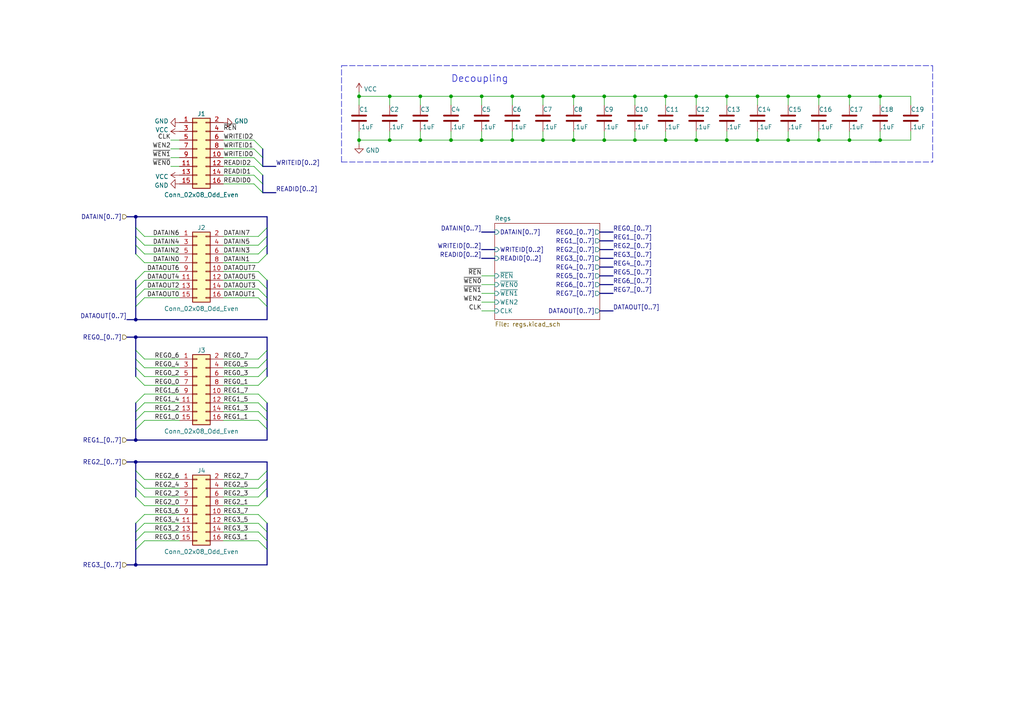
<source format=kicad_sch>
(kicad_sch (version 20211123) (generator eeschema)
  (paper "A4")
  (lib_symbols
    (symbol "Connector_Generic:Conn_02x08_Odd_Even" (pin_names (offset 1.016) hide)
      (property "Reference" "J" (at 1.27 10.16 0))
      (property "Value" "Conn_02x08_Odd_Even" (at 1.27 -12.7 0))
      (symbol "Conn_02x08_Odd_Even_1_1"
        (rectangle (start -1.27 -10.033) (end 0 -10.287) (stroke (width 0.1524)))
        (rectangle (start -1.27 -7.493) (end 0 -7.747) (stroke (width 0.1524)))
        (rectangle (start -1.27 -4.953) (end 0 -5.207) (stroke (width 0.1524)))
        (rectangle (start -1.27 -2.413) (end 0 -2.667) (stroke (width 0.1524)))
        (rectangle (start -1.27 0.127) (end 0 -0.127) (stroke (width 0.1524)))
        (rectangle (start -1.27 2.667) (end 0 2.413) (stroke (width 0.1524)))
        (rectangle (start -1.27 5.207) (end 0 4.953) (stroke (width 0.1524)))
        (rectangle (start -1.27 7.747) (end 0 7.493) (stroke (width 0.1524)))
        (rectangle (start -1.27 8.89) (end 3.81 -11.43) (stroke (width 0.254)) (fill (type background)))
        (rectangle (start 3.81 -10.033) (end 2.54 -10.287) (stroke (width 0.1524)))
        (rectangle (start 3.81 -7.493) (end 2.54 -7.747) (stroke (width 0.1524)))
        (rectangle (start 3.81 -4.953) (end 2.54 -5.207) (stroke (width 0.1524)))
        (rectangle (start 3.81 -2.413) (end 2.54 -2.667) (stroke (width 0.1524)))
        (rectangle (start 3.81 0.127) (end 2.54 -0.127) (stroke (width 0.1524)))
        (rectangle (start 3.81 2.667) (end 2.54 2.413) (stroke (width 0.1524)))
        (rectangle (start 3.81 5.207) (end 2.54 4.953) (stroke (width 0.1524)))
        (rectangle (start 3.81 7.747) (end 2.54 7.493) (stroke (width 0.1524)))
        (pin passive line (at -5.08 7.62 0) (length 3.81) (name "Pin_1") (number "1"))
        (pin passive line (at 7.62 -2.54 180) (length 3.81) (name "Pin_10") (number "10"))
        (pin passive line (at -5.08 -5.08 0) (length 3.81) (name "Pin_11") (number "11"))
        (pin passive line (at 7.62 -5.08 180) (length 3.81) (name "Pin_12") (number "12"))
        (pin passive line (at -5.08 -7.62 0) (length 3.81) (name "Pin_13") (number "13"))
        (pin passive line (at 7.62 -7.62 180) (length 3.81) (name "Pin_14") (number "14"))
        (pin passive line (at -5.08 -10.16 0) (length 3.81) (name "Pin_15") (number "15"))
        (pin passive line (at 7.62 -10.16 180) (length 3.81) (name "Pin_16") (number "16"))
        (pin passive line (at 7.62 7.62 180) (length 3.81) (name "Pin_2") (number "2"))
        (pin passive line (at -5.08 5.08 0) (length 3.81) (name "Pin_3") (number "3"))
        (pin passive line (at 7.62 5.08 180) (length 3.81) (name "Pin_4") (number "4"))
        (pin passive line (at -5.08 2.54 0) (length 3.81) (name "Pin_5") (number "5"))
        (pin passive line (at 7.62 2.54 180) (length 3.81) (name "Pin_6") (number "6"))
        (pin passive line (at -5.08 0 0) (length 3.81) (name "Pin_7") (number "7"))
        (pin passive line (at 7.62 0 180) (length 3.81) (name "Pin_8") (number "8"))
        (pin passive line (at -5.08 -2.54 0) (length 3.81) (name "Pin_9") (number "9"))
      )
    )
    (symbol "Device:C" (pin_numbers hide) (pin_names (offset 0.254))
      (property "Reference" "C" (at 0.635 2.54 0))
      (property "Value" "C" (at 0.635 -2.54 0))
      (symbol "C_0_1"
        (polyline (pts (xy -2.032 -0.762) (xy 2.032 -0.762)) (stroke (width 0.508)))
        (polyline (pts (xy -2.032 0.762) (xy 2.032 0.762)) (stroke (width 0.508)))
      )
      (symbol "C_1_1"
        (pin passive line (at 0 3.81 270) (length 2.794) (name "~") (number "1"))
        (pin passive line (at 0 -3.81 90) (length 2.794) (name "~") (number "2"))
      )
    )
    (symbol "power:GND" (power) (pin_names (offset 0))
      (property "Value" "GND" (at 0 -3.81 0))
      (symbol "GND_0_1"
        (polyline (pts (xy 0 0) (xy 0 -1.27) (xy 1.27 -1.27) (xy 0 -2.54) (xy -1.27 -1.27) (xy 0 -1.27)))
      )
      (symbol "GND_1_1"
        (pin power_in line (at 0 0 270) (length 0) hide (name "GND") (number "1"))
      )
    )
    (symbol "power:VCC" (power) (pin_names (offset 0))
      (property "Value" "VCC" (at 0 3.81 0))
      (symbol "VCC_0_1"
        (polyline (pts (xy -0.762 1.27) (xy 0 2.54)))
        (polyline (pts (xy 0 0) (xy 0 2.54)))
        (polyline (pts (xy 0 2.54) (xy 0.762 1.27)))
      )
      (symbol "VCC_1_1"
        (pin power_in line (at 0 0 90) (length 0) hide (name "VCC") (number "1"))
      )
    )
  )
  (junction (at 121.92 40.64))
  (junction (at 255.27 27.94))
  (junction (at 166.37 27.94))
  (junction (at 210.82 40.64))
  (junction (at 246.38 27.94))
  (junction (at 219.71 40.64))
  (junction (at 148.59 27.94))
  (junction (at 255.27 40.64))
  (junction (at 237.49 40.64))
  (junction (at 157.48 27.94))
  (junction (at 130.81 40.64))
  (junction (at 193.04 27.94))
  (junction (at 201.93 27.94))
  (junction (at 39.37 133.985))
  (junction (at 166.37 40.64))
  (junction (at 39.37 163.83))
  (junction (at 39.37 127.635))
  (junction (at 157.48 40.64))
  (junction (at 104.14 40.64))
  (junction (at 210.82 27.94))
  (junction (at 104.14 27.94))
  (junction (at 113.03 27.94))
  (junction (at 228.6 27.94))
  (junction (at 201.93 40.64))
  (junction (at 39.37 62.865))
  (junction (at 121.92 27.94))
  (junction (at 139.7 40.64))
  (junction (at 193.04 40.64))
  (junction (at 148.59 40.64))
  (junction (at 184.15 40.64))
  (junction (at 228.6 40.64))
  (junction (at 246.38 40.64))
  (junction (at 184.15 27.94))
  (junction (at 219.71 27.94))
  (junction (at 175.26 40.64))
  (junction (at 175.26 27.94))
  (junction (at 39.37 92.71))
  (junction (at 39.37 97.79))
  (junction (at 237.49 27.94))
  (junction (at 139.7 27.94))
  (junction (at 113.03 40.64))
  (junction (at 130.81 27.94))
  (bus_entry (at 41.91 68.58) (size -2.54 -2.54))
  (bus_entry (at 41.91 73.66) (size -2.54 -2.54))
  (bus_entry (at 74.93 119.38) (size 2.54 2.54))
  (bus_entry (at 73.66 45.72) (size 2.54 2.54))
  (bus_entry (at 41.91 149.225) (size -2.54 2.54))
  (bus_entry (at 41.91 104.14) (size -2.54 -2.54))
  (bus_entry (at 41.91 109.22) (size -2.54 -2.54))
  (bus_entry (at 74.93 68.58) (size 2.54 -2.54))
  (bus_entry (at 74.93 151.765) (size 2.54 2.54))
  (bus_entry (at 41.91 154.305) (size -2.54 2.54))
  (bus_entry (at 74.93 154.305) (size 2.54 2.54))
  (bus_entry (at 41.91 114.3) (size -2.54 2.54))
  (bus_entry (at 39.37 159.385) (size 2.54 -2.54))
  (bus_entry (at 74.93 73.66) (size 2.54 -2.54))
  (bus_entry (at 41.91 71.12) (size -2.54 -2.54))
  (bus_entry (at 41.91 106.68) (size -2.54 -2.54))
  (bus_entry (at 74.93 146.685) (size 2.54 -2.54))
  (bus_entry (at 41.91 119.38) (size -2.54 2.54))
  (bus_entry (at 41.91 111.76) (size -2.54 -2.54))
  (bus_entry (at 73.66 50.8) (size 2.54 2.54))
  (bus_entry (at 77.47 83.82) (size -2.54 -2.54))
  (bus_entry (at 41.91 86.36) (size -2.54 2.54))
  (bus_entry (at 74.93 71.12) (size 2.54 -2.54))
  (bus_entry (at 73.66 43.18) (size 2.54 2.54))
  (bus_entry (at 74.93 114.3) (size 2.54 2.54))
  (bus_entry (at 74.93 139.065) (size 2.54 -2.54))
  (bus_entry (at 74.93 106.68) (size 2.54 -2.54))
  (bus_entry (at 39.37 124.46) (size 2.54 -2.54))
  (bus_entry (at 77.47 86.36) (size -2.54 -2.54))
  (bus_entry (at 41.91 78.74) (size -2.54 2.54))
  (bus_entry (at 74.93 109.22) (size 2.54 -2.54))
  (bus_entry (at 41.91 76.2) (size -2.54 -2.54))
  (bus_entry (at 41.91 151.765) (size -2.54 2.54))
  (bus_entry (at 74.93 121.92) (size 2.54 2.54))
  (bus_entry (at 41.91 116.84) (size -2.54 2.54))
  (bus_entry (at 74.93 76.2) (size 2.54 -2.54))
  (bus_entry (at 41.91 81.28) (size -2.54 2.54))
  (bus_entry (at 73.66 48.26) (size 2.54 2.54))
  (bus_entry (at 74.93 144.145) (size 2.54 -2.54))
  (bus_entry (at 41.91 141.605) (size -2.54 -2.54))
  (bus_entry (at 73.66 53.34) (size 2.54 2.54))
  (bus_entry (at 74.93 111.76) (size 2.54 -2.54))
  (bus_entry (at 77.47 88.9) (size -2.54 -2.54))
  (bus_entry (at 41.91 83.82) (size -2.54 2.54))
  (bus_entry (at 74.93 141.605) (size 2.54 -2.54))
  (bus_entry (at 74.93 156.845) (size 2.54 2.54))
  (bus_entry (at 74.93 149.225) (size 2.54 2.54))
  (bus_entry (at 74.93 116.84) (size 2.54 2.54))
  (bus_entry (at 73.66 40.64) (size 2.54 2.54))
  (bus_entry (at 77.47 81.28) (size -2.54 -2.54))
  (bus_entry (at 74.93 104.14) (size 2.54 -2.54))
  (bus_entry (at 41.91 144.145) (size -2.54 -2.54))
  (bus_entry (at 41.91 146.685) (size -2.54 -2.54))
  (bus_entry (at 41.91 139.065) (size -2.54 -2.54))
  (wire (pts (xy 74.93 144.145) (xy 64.77 144.145)))
  (wire (pts (xy 64.77 121.92) (xy 74.93 121.92)))
  (bus (pts (xy 77.47 97.79) (xy 77.47 101.6)))
  (wire (pts (xy 139.7 40.64) (xy 148.59 40.64)))
  (bus (pts (xy 39.37 92.71) (xy 39.37 88.9)))
  (bus (pts (xy 77.47 139.065) (xy 77.47 136.525)))
  (bus (pts (xy 77.47 83.82) (xy 77.47 86.36)))
  (bus (pts (xy 77.47 71.12) (xy 77.47 68.58)))
  (wire (pts (xy 73.66 43.18) (xy 64.77 43.18)))
  (bus (pts (xy 39.37 101.6) (xy 39.37 104.14)))
  (wire (pts (xy 201.93 27.94) (xy 210.82 27.94)))
  (polyline (pts (xy 270.51 19.05) (xy 270.51 46.99)))
  (wire (pts (xy 139.7 82.55) (xy 143.51 82.55)))
  (wire (pts (xy 41.91 121.92) (xy 52.07 121.92)))
  (wire (pts (xy 64.77 71.12) (xy 74.93 71.12)))
  (wire (pts (xy 219.71 40.64) (xy 228.6 40.64)))
  (wire (pts (xy 52.07 111.76) (xy 41.91 111.76)))
  (bus (pts (xy 39.37 73.66) (xy 39.37 71.12)))
  (polyline (pts (xy 99.06 46.99) (xy 99.06 19.05)))
  (wire (pts (xy 175.26 27.94) (xy 175.26 30.48)))
  (bus (pts (xy 77.47 116.84) (xy 77.47 119.38)))
  (bus (pts (xy 76.2 45.72) (xy 76.2 48.26)))
  (bus (pts (xy 39.37 133.985) (xy 77.47 133.985)))
  (bus (pts (xy 76.2 50.8) (xy 76.2 53.34)))
  (bus (pts (xy 36.83 163.83) (xy 39.37 163.83)))
  (wire (pts (xy 64.77 151.765) (xy 74.93 151.765)))
  (wire (pts (xy 139.7 90.17) (xy 143.51 90.17)))
  (wire (pts (xy 255.27 27.94) (xy 255.27 30.48)))
  (bus (pts (xy 173.99 90.17) (xy 177.8 90.17)))
  (wire (pts (xy 74.93 146.685) (xy 64.77 146.685)))
  (bus (pts (xy 39.37 119.38) (xy 39.37 121.92)))
  (wire (pts (xy 139.7 27.94) (xy 148.59 27.94)))
  (wire (pts (xy 193.04 40.64) (xy 201.93 40.64)))
  (wire (pts (xy 49.53 48.26) (xy 52.07 48.26)))
  (bus (pts (xy 39.37 92.71) (xy 77.47 92.71)))
  (wire (pts (xy 41.91 68.58) (xy 52.07 68.58)))
  (bus (pts (xy 77.47 136.525) (xy 77.47 133.985)))
  (wire (pts (xy 139.7 80.01) (xy 143.51 80.01)))
  (bus (pts (xy 39.37 116.84) (xy 39.37 119.38)))
  (bus (pts (xy 39.37 156.845) (xy 39.37 159.385)))
  (wire (pts (xy 148.59 27.94) (xy 148.59 30.48)))
  (wire (pts (xy 49.53 43.18) (xy 52.07 43.18)))
  (wire (pts (xy 175.26 40.64) (xy 184.15 40.64)))
  (bus (pts (xy 39.37 127.635) (xy 77.47 127.635)))
  (wire (pts (xy 130.81 40.64) (xy 139.7 40.64)))
  (wire (pts (xy 246.38 27.94) (xy 246.38 30.48)))
  (wire (pts (xy 74.93 141.605) (xy 64.77 141.605)))
  (wire (pts (xy 64.77 106.68) (xy 74.93 106.68)))
  (wire (pts (xy 228.6 27.94) (xy 228.6 30.48)))
  (bus (pts (xy 77.47 109.22) (xy 77.47 106.68)))
  (wire (pts (xy 73.66 40.64) (xy 64.77 40.64)))
  (wire (pts (xy 264.16 38.1) (xy 264.16 40.64)))
  (bus (pts (xy 39.37 139.065) (xy 39.37 136.525)))
  (bus (pts (xy 77.47 144.145) (xy 77.47 141.605)))
  (bus (pts (xy 39.37 66.04) (xy 39.37 62.865)))
  (wire (pts (xy 52.07 119.38) (xy 41.91 119.38)))
  (bus (pts (xy 39.37 121.92) (xy 39.37 124.46)))
  (bus (pts (xy 39.37 83.82) (xy 39.37 86.36)))
  (wire (pts (xy 166.37 27.94) (xy 166.37 30.48)))
  (wire (pts (xy 64.77 139.065) (xy 74.93 139.065)))
  (wire (pts (xy 193.04 38.1) (xy 193.04 40.64)))
  (wire (pts (xy 74.93 86.36) (xy 64.77 86.36)))
  (bus (pts (xy 77.47 81.28) (xy 77.47 83.82)))
  (bus (pts (xy 39.37 68.58) (xy 39.37 66.04)))
  (wire (pts (xy 41.91 73.66) (xy 52.07 73.66)))
  (wire (pts (xy 49.53 40.64) (xy 52.07 40.64)))
  (wire (pts (xy 130.81 38.1) (xy 130.81 40.64)))
  (bus (pts (xy 39.37 144.145) (xy 39.37 141.605)))
  (bus (pts (xy 39.37 159.385) (xy 39.37 163.83)))
  (bus (pts (xy 173.99 85.09) (xy 177.8 85.09)))
  (wire (pts (xy 113.03 38.1) (xy 113.03 40.64)))
  (wire (pts (xy 219.71 38.1) (xy 219.71 40.64)))
  (wire (pts (xy 246.38 27.94) (xy 255.27 27.94)))
  (wire (pts (xy 64.77 119.38) (xy 74.93 119.38)))
  (bus (pts (xy 39.37 141.605) (xy 39.37 139.065)))
  (bus (pts (xy 77.47 88.9) (xy 77.47 92.71)))
  (wire (pts (xy 52.07 151.765) (xy 41.91 151.765)))
  (bus (pts (xy 77.47 68.58) (xy 77.47 66.04)))
  (bus (pts (xy 173.99 69.85) (xy 177.8 69.85)))
  (wire (pts (xy 264.16 27.94) (xy 264.16 30.48)))
  (wire (pts (xy 64.77 76.2) (xy 74.93 76.2)))
  (wire (pts (xy 201.93 40.64) (xy 210.82 40.64)))
  (wire (pts (xy 219.71 27.94) (xy 228.6 27.94)))
  (bus (pts (xy 36.83 133.985) (xy 39.37 133.985)))
  (wire (pts (xy 64.77 78.74) (xy 74.93 78.74)))
  (wire (pts (xy 246.38 38.1) (xy 246.38 40.64)))
  (wire (pts (xy 64.77 50.8) (xy 73.66 50.8)))
  (bus (pts (xy 39.37 124.46) (xy 39.37 127.635)))
  (wire (pts (xy 210.82 40.64) (xy 219.71 40.64)))
  (bus (pts (xy 77.47 141.605) (xy 77.47 139.065)))
  (wire (pts (xy 228.6 38.1) (xy 228.6 40.64)))
  (wire (pts (xy 41.91 156.845) (xy 52.07 156.845)))
  (wire (pts (xy 157.48 27.94) (xy 157.48 30.48)))
  (wire (pts (xy 104.14 40.64) (xy 113.03 40.64)))
  (polyline (pts (xy 99.06 19.05) (xy 182.88 19.05)))
  (wire (pts (xy 41.91 71.12) (xy 52.07 71.12)))
  (wire (pts (xy 52.07 154.305) (xy 41.91 154.305)))
  (bus (pts (xy 39.37 86.36) (xy 39.37 88.9)))
  (bus (pts (xy 39.37 81.28) (xy 39.37 83.82)))
  (wire (pts (xy 52.07 116.84) (xy 41.91 116.84)))
  (wire (pts (xy 41.91 139.065) (xy 52.07 139.065)))
  (bus (pts (xy 173.99 82.55) (xy 177.8 82.55)))
  (bus (pts (xy 77.47 124.46) (xy 77.47 127.635)))
  (bus (pts (xy 139.7 72.39) (xy 143.51 72.39)))
  (bus (pts (xy 76.2 43.18) (xy 76.2 45.72)))
  (bus (pts (xy 39.37 133.985) (xy 39.37 136.525)))
  (wire (pts (xy 121.92 40.64) (xy 130.81 40.64)))
  (wire (pts (xy 49.53 45.72) (xy 52.07 45.72)))
  (wire (pts (xy 184.15 40.64) (xy 193.04 40.64)))
  (wire (pts (xy 184.15 27.94) (xy 184.15 30.48)))
  (wire (pts (xy 41.91 141.605) (xy 52.07 141.605)))
  (wire (pts (xy 175.26 38.1) (xy 175.26 40.64)))
  (wire (pts (xy 193.04 27.94) (xy 201.93 27.94)))
  (wire (pts (xy 201.93 38.1) (xy 201.93 40.64)))
  (bus (pts (xy 77.47 101.6) (xy 77.47 104.14)))
  (wire (pts (xy 64.77 53.34) (xy 73.66 53.34)))
  (bus (pts (xy 139.7 74.93) (xy 143.51 74.93)))
  (wire (pts (xy 228.6 40.64) (xy 237.49 40.64)))
  (wire (pts (xy 104.14 27.94) (xy 104.14 30.48)))
  (bus (pts (xy 80.01 48.26) (xy 76.2 48.26)))
  (bus (pts (xy 77.47 156.845) (xy 77.47 159.385)))
  (wire (pts (xy 237.49 27.94) (xy 237.49 30.48)))
  (bus (pts (xy 39.37 163.83) (xy 77.47 163.83)))
  (wire (pts (xy 52.07 104.14) (xy 41.91 104.14)))
  (wire (pts (xy 246.38 40.64) (xy 255.27 40.64)))
  (wire (pts (xy 41.91 83.82) (xy 52.07 83.82)))
  (wire (pts (xy 41.91 81.28) (xy 52.07 81.28)))
  (wire (pts (xy 219.71 27.94) (xy 219.71 30.48)))
  (bus (pts (xy 77.47 151.765) (xy 77.47 154.305)))
  (wire (pts (xy 113.03 27.94) (xy 121.92 27.94)))
  (wire (pts (xy 130.81 27.94) (xy 130.81 30.48)))
  (wire (pts (xy 41.91 76.2) (xy 52.07 76.2)))
  (bus (pts (xy 139.7 67.31) (xy 143.51 67.31)))
  (wire (pts (xy 210.82 27.94) (xy 210.82 30.48)))
  (bus (pts (xy 173.99 80.01) (xy 177.8 80.01)))
  (bus (pts (xy 39.37 62.865) (xy 77.47 62.865)))
  (wire (pts (xy 201.93 27.94) (xy 201.93 30.48)))
  (wire (pts (xy 157.48 27.94) (xy 166.37 27.94)))
  (wire (pts (xy 41.91 78.74) (xy 52.07 78.74)))
  (polyline (pts (xy 182.88 19.05) (xy 254 19.05)))
  (wire (pts (xy 52.07 106.68) (xy 41.91 106.68)))
  (wire (pts (xy 74.93 81.28) (xy 64.77 81.28)))
  (wire (pts (xy 104.14 40.64) (xy 104.14 41.91)))
  (bus (pts (xy 39.37 151.765) (xy 39.37 154.305)))
  (bus (pts (xy 173.99 77.47) (xy 177.8 77.47)))
  (bus (pts (xy 76.2 55.88) (xy 80.01 55.88)))
  (wire (pts (xy 52.07 149.225) (xy 41.91 149.225)))
  (wire (pts (xy 113.03 27.94) (xy 113.03 30.48)))
  (wire (pts (xy 64.77 48.26) (xy 73.66 48.26)))
  (bus (pts (xy 77.47 66.04) (xy 77.47 62.865)))
  (wire (pts (xy 139.7 87.63) (xy 143.51 87.63)))
  (wire (pts (xy 41.91 86.36) (xy 52.07 86.36)))
  (wire (pts (xy 41.91 146.685) (xy 52.07 146.685)))
  (bus (pts (xy 39.37 97.79) (xy 39.37 101.6)))
  (bus (pts (xy 77.47 106.68) (xy 77.47 104.14)))
  (bus (pts (xy 77.47 121.92) (xy 77.47 124.46)))
  (wire (pts (xy 255.27 40.64) (xy 264.16 40.64)))
  (wire (pts (xy 139.7 27.94) (xy 139.7 30.48)))
  (bus (pts (xy 173.99 72.39) (xy 177.8 72.39)))
  (wire (pts (xy 139.7 38.1) (xy 139.7 40.64)))
  (wire (pts (xy 255.27 38.1) (xy 255.27 40.64)))
  (wire (pts (xy 157.48 40.64) (xy 166.37 40.64)))
  (wire (pts (xy 210.82 27.94) (xy 219.71 27.94)))
  (wire (pts (xy 64.77 109.22) (xy 74.93 109.22)))
  (bus (pts (xy 77.47 154.305) (xy 77.47 156.845)))
  (wire (pts (xy 121.92 27.94) (xy 121.92 30.48)))
  (wire (pts (xy 148.59 27.94) (xy 157.48 27.94)))
  (polyline (pts (xy 254 19.05) (xy 270.51 19.05)))
  (wire (pts (xy 64.77 154.305) (xy 74.93 154.305)))
  (bus (pts (xy 77.47 73.66) (xy 77.47 71.12)))
  (wire (pts (xy 193.04 27.94) (xy 193.04 30.48)))
  (bus (pts (xy 77.47 86.36) (xy 77.47 88.9)))
  (bus (pts (xy 36.83 62.865) (xy 39.37 62.865)))
  (wire (pts (xy 104.14 26.67) (xy 104.14 27.94)))
  (wire (pts (xy 184.15 27.94) (xy 193.04 27.94)))
  (wire (pts (xy 166.37 38.1) (xy 166.37 40.64)))
  (wire (pts (xy 210.82 38.1) (xy 210.82 40.64)))
  (wire (pts (xy 166.37 27.94) (xy 175.26 27.94)))
  (wire (pts (xy 166.37 40.64) (xy 175.26 40.64)))
  (bus (pts (xy 36.83 127.635) (xy 39.37 127.635)))
  (wire (pts (xy 130.81 27.94) (xy 139.7 27.94)))
  (wire (pts (xy 184.15 38.1) (xy 184.15 40.64)))
  (bus (pts (xy 36.83 92.71) (xy 39.37 92.71)))
  (wire (pts (xy 64.77 104.14) (xy 74.93 104.14)))
  (wire (pts (xy 104.14 27.94) (xy 113.03 27.94)))
  (wire (pts (xy 121.92 38.1) (xy 121.92 40.64)))
  (wire (pts (xy 64.77 68.58) (xy 74.93 68.58)))
  (wire (pts (xy 237.49 38.1) (xy 237.49 40.64)))
  (polyline (pts (xy 254 46.99) (xy 182.88 46.99)))
  (bus (pts (xy 39.37 71.12) (xy 39.37 68.58)))
  (wire (pts (xy 237.49 40.64) (xy 246.38 40.64)))
  (wire (pts (xy 64.77 111.76) (xy 74.93 111.76)))
  (bus (pts (xy 39.37 106.68) (xy 39.37 109.22)))
  (wire (pts (xy 148.59 38.1) (xy 148.59 40.64)))
  (wire (pts (xy 52.07 114.3) (xy 41.91 114.3)))
  (bus (pts (xy 39.37 154.305) (xy 39.37 156.845)))
  (bus (pts (xy 76.2 53.34) (xy 76.2 55.88)))
  (wire (pts (xy 139.7 85.09) (xy 143.51 85.09)))
  (wire (pts (xy 113.03 40.64) (xy 121.92 40.64)))
  (wire (pts (xy 41.91 144.145) (xy 52.07 144.145)))
  (bus (pts (xy 173.99 67.31) (xy 177.8 67.31)))
  (wire (pts (xy 121.92 27.94) (xy 130.81 27.94)))
  (wire (pts (xy 157.48 38.1) (xy 157.48 40.64)))
  (wire (pts (xy 64.77 156.845) (xy 74.93 156.845)))
  (wire (pts (xy 104.14 38.1) (xy 104.14 40.64)))
  (wire (pts (xy 52.07 109.22) (xy 41.91 109.22)))
  (wire (pts (xy 255.27 27.94) (xy 264.16 27.94)))
  (bus (pts (xy 39.37 104.14) (xy 39.37 106.68)))
  (bus (pts (xy 39.37 97.79) (xy 77.47 97.79)))
  (bus (pts (xy 77.47 119.38) (xy 77.47 121.92)))
  (bus (pts (xy 77.47 163.83) (xy 77.47 159.385)))
  (wire (pts (xy 148.59 40.64) (xy 157.48 40.64)))
  (wire (pts (xy 74.93 83.82) (xy 64.77 83.82)))
  (bus (pts (xy 36.83 97.79) (xy 39.37 97.79)))
  (polyline (pts (xy 254 46.99) (xy 270.51 46.99)))
  (wire (pts (xy 228.6 27.94) (xy 237.49 27.94)))
  (polyline (pts (xy 99.06 46.99) (xy 182.88 46.99)))
  (wire (pts (xy 64.77 114.3) (xy 74.93 114.3)))
  (wire (pts (xy 73.66 45.72) (xy 64.77 45.72)))
  (bus (pts (xy 173.99 74.93) (xy 177.8 74.93)))
  (wire (pts (xy 64.77 149.225) (xy 74.93 149.225)))
  (wire (pts (xy 175.26 27.94) (xy 184.15 27.94)))
  (wire (pts (xy 64.77 73.66) (xy 74.93 73.66)))
  (wire (pts (xy 237.49 27.94) (xy 246.38 27.94)))
  (wire (pts (xy 64.77 116.84) (xy 74.93 116.84)))
  (text "Decoupling" (at 130.81 24.13 0) (effects (font (size 2 2)) (justify left bottom)))
  (label "DATAOUT[0..7]" (at 36.83 92.71 180))
  (label "REG1_2" (at 52.07 119.38 180))
  (label "READID[0..2]" (at 139.7 74.93 180))
  (label "REG1_[0..7]" (at 177.8 69.85 0))
  (label "REG0_[0..7]" (at 177.8 67.31 0))
  (label "REG1_1" (at 64.77 121.92 0))
  (label "REG3_0" (at 52.07 156.845 180))
  (label "REG0_1" (at 64.77 111.76 0))
  (label "WRITEID[0..2]" (at 80.01 48.26 0))
  (label "~{WEN1}" (at 49.53 45.72 180))
  (label "~{WEN0}" (at 139.7 82.55 180))
  (label "REG2_2" (at 52.07 144.145 180))
  (label "REG3_4" (at 52.07 151.765 180))
  (label "REG7_[0..7]" (at 177.8 85.09 0))
  (label "REG3_3" (at 64.77 154.305 0))
  (label "REG3_[0..7]" (at 177.8 74.93 0))
  (label "READID0" (at 64.77 53.34 0))
  (label "DATAIN1" (at 64.77 76.2 0))
  (label "REG2_0" (at 52.07 146.685 180))
  (label "READID1" (at 64.77 50.8 0))
  (label "REG1_4" (at 52.07 116.84 180))
  (label "REG3_6" (at 52.07 149.225 180))
  (label "DATAIN2" (at 52.07 73.66 180))
  (label "REG0_6" (at 52.07 104.14 180))
  (label "WRITEID0" (at 64.77 45.72 0))
  (label "REG3_7" (at 64.77 149.225 0))
  (label "DATAOUT7" (at 64.77 78.74 0))
  (label "WRITEID[0..2]" (at 139.7 72.39 180))
  (label "REG1_6" (at 52.07 114.3 180))
  (label "REG1_0" (at 52.07 121.92 180))
  (label "REG4_[0..7]" (at 177.8 77.47 0))
  (label "DATAIN3" (at 64.77 73.66 0))
  (label "REG2_7" (at 64.77 139.065 0))
  (label "REG0_3" (at 64.77 109.22 0))
  (label "READID[0..2]" (at 80.01 55.88 0))
  (label "REG2_3" (at 64.77 144.145 0))
  (label "WEN2" (at 49.53 43.18 180))
  (label "REG1_5" (at 64.77 116.84 0))
  (label "REG0_5" (at 64.77 106.68 0))
  (label "READID2" (at 64.77 48.26 0))
  (label "DATAIN0" (at 52.07 76.2 180))
  (label "DATAIN5" (at 64.77 71.12 0))
  (label "REG3_2" (at 52.07 154.305 180))
  (label "REG0_4" (at 52.07 106.68 180))
  (label "~{REN}" (at 139.7 80.01 180))
  (label "REG3_1" (at 64.77 156.845 0))
  (label "~{WEN0}" (at 49.53 48.26 180))
  (label "REG2_6" (at 52.07 139.065 180))
  (label "REG0_7" (at 64.77 104.14 0))
  (label "REG5_[0..7]" (at 177.8 80.01 0))
  (label "DATAOUT5" (at 64.77 81.28 0))
  (label "DATAIN4" (at 52.07 71.12 180))
  (label "DATAIN6" (at 52.07 68.58 180))
  (label "REG0_0" (at 52.07 111.76 180))
  (label "REG6_[0..7]" (at 177.8 82.55 0))
  (label "REG1_3" (at 64.77 119.38 0))
  (label "DATAIN7" (at 64.77 68.58 0))
  (label "REG2_1" (at 64.77 146.685 0))
  (label "DATAOUT1" (at 64.77 86.36 0))
  (label "~{WEN1}" (at 139.7 85.09 180))
  (label "REG1_7" (at 64.77 114.3 0))
  (label "WRITEID1" (at 64.77 43.18 0))
  (label "REG2_4" (at 52.07 141.605 180))
  (label "REG2_[0..7]" (at 177.8 72.39 0))
  (label "WRITEID2" (at 64.77 40.64 0))
  (label "CLK" (at 49.53 40.64 180))
  (label "REG0_2" (at 52.07 109.22 180))
  (label "DATAOUT2" (at 52.07 83.82 180))
  (label "DATAOUT[0..7]" (at 177.8 90.17 0))
  (label "DATAOUT6" (at 52.07 78.74 180))
  (label "DATAOUT4" (at 52.07 81.28 180))
  (label "DATAIN[0..7]" (at 139.7 67.31 180))
  (label "WEN2" (at 139.7 87.63 180))
  (label "DATAOUT3" (at 64.77 83.82 0))
  (label "~{REN}" (at 64.77 38.1 0))
  (label "DATAOUT0" (at 52.07 86.36 180))
  (label "CLK" (at 139.7 90.17 180))
  (label "REG2_5" (at 64.77 141.605 0))
  (label "REG3_5" (at 64.77 151.765 0))
  (hierarchical_label "DATAIN[0..7]" (shape input) (at 36.83 62.865 180))
  (hierarchical_label "REG3_[0..7]" (shape input) (at 36.83 163.83 180))
  (hierarchical_label "REG1_[0..7]" (shape input) (at 36.83 127.635 180))
  (hierarchical_label "REG0_[0..7]" (shape input) (at 36.83 97.79 180))
  (hierarchical_label "REG2_[0..7]" (shape input) (at 36.83 133.985 180))
  (symbol (lib_id "Device:C") (at 104.14 34.29 0) (unit 1)
    (property "Reference" "C1" (at 104.14 31.75 0) (effects (justify left)))
    (property "Value" ".1uF" (at 104.14 36.83 0) (effects (justify left)))
    (property "Footprint" "Capacitor_SMD:C_1206_3216Metric_Pad1.33x1.80mm_HandSolder" (effects hide))
  )
  (symbol (lib_id "Device:C") (at 148.59 34.29 0) (unit 1)
    (property "Reference" "C6" (at 148.59 31.75 0) (effects (justify left)))
    (property "Value" ".1uF" (at 148.59 36.83 0) (effects (justify left)))
    (property "Footprint" "Capacitor_SMD:C_1206_3216Metric_Pad1.33x1.80mm_HandSolder" (effects hide))
  )
  (symbol (lib_id "Device:C") (at 219.71 34.29 0) (unit 1)
    (property "Reference" "C14" (at 219.71 31.75 0) (effects (justify left)))
    (property "Value" ".1uF" (at 219.71 36.83 0) (effects (justify left)))
    (property "Footprint" "Capacitor_SMD:C_1206_3216Metric_Pad1.33x1.80mm_HandSolder" (effects hide))
  )
  (symbol (lib_id "Device:C") (at 210.82 34.29 0) (unit 1)
    (property "Reference" "C13" (at 210.82 31.75 0) (effects (justify left)))
    (property "Value" ".1uF" (at 210.82 36.83 0) (effects (justify left)))
    (property "Footprint" "Capacitor_SMD:C_1206_3216Metric_Pad1.33x1.80mm_HandSolder" (effects hide))
  )
  (symbol (lib_id "power:VCC") (at 52.07 50.8 90) (mirror x) (unit 1)
    (property "Reference" "#PWR04" (effects hide))
    (property "Value" "VCC" (at 48.895 51.2338 90) (effects (justify left)))
  )
  (symbol (lib_id "Device:C") (at 175.26 34.29 0) (unit 1)
    (property "Reference" "C9" (at 175.26 31.75 0) (effects (justify left)))
    (property "Value" ".1uF" (at 175.26 36.83 0) (effects (justify left)))
    (property "Footprint" "Capacitor_SMD:C_1206_3216Metric_Pad1.33x1.80mm_HandSolder" (effects hide))
  )
  (symbol (lib_id "Device:C") (at 139.7 34.29 0) (unit 1)
    (property "Reference" "C5" (at 139.7 31.75 0) (effects (justify left)))
    (property "Value" ".1uF" (at 139.7 36.83 0) (effects (justify left)))
    (property "Footprint" "Capacitor_SMD:C_1206_3216Metric_Pad1.33x1.80mm_HandSolder" (effects hide))
  )
  (symbol (lib_id "Connector_Generic:Conn_02x08_Odd_Even") (at 57.15 146.685 0) (unit 1)
    (property "Reference" "J4" (at 58.42 136.525 0))
    (property "Value" "Conn_02x08_Odd_Even" (at 58.42 160.02 0))
    (property "Footprint" "Connector_PinHeader_2.54mm:PinHeader_2x08_P2.54mm_Horizontal" (effects hide))
  )
  (symbol (lib_id "Device:C") (at 228.6 34.29 0) (unit 1)
    (property "Reference" "C15" (at 228.6 31.75 0) (effects (justify left)))
    (property "Value" ".1uF" (at 228.6 36.83 0) (effects (justify left)))
    (property "Footprint" "Capacitor_SMD:C_1206_3216Metric_Pad1.33x1.80mm_HandSolder" (effects hide))
  )
  (symbol (lib_id "Connector_Generic:Conn_02x08_Odd_Even") (at 57.15 111.76 0) (unit 1)
    (property "Reference" "J3" (at 58.42 101.6 0))
    (property "Value" "Conn_02x08_Odd_Even" (at 58.42 125.095 0))
    (property "Footprint" "Connector_PinHeader_2.54mm:PinHeader_2x08_P2.54mm_Horizontal" (effects hide))
  )
  (symbol (lib_id "power:GND") (at 64.77 35.56 90) (unit 1)
    (property "Reference" "#PWR0101" (effects hide))
    (property "Value" "GND" (at 67.945 35.1262 90) (effects (justify right)))
  )
  (symbol (lib_id "Device:C") (at 130.81 34.29 0) (unit 1)
    (property "Reference" "C4" (at 130.81 31.75 0) (effects (justify left)))
    (property "Value" ".1uF" (at 130.81 36.83 0) (effects (justify left)))
    (property "Footprint" "Capacitor_SMD:C_1206_3216Metric_Pad1.33x1.80mm_HandSolder" (effects hide))
  )
  (symbol (lib_id "Device:C") (at 246.38 34.29 0) (unit 1)
    (property "Reference" "C17" (at 246.38 31.75 0) (effects (justify left)))
    (property "Value" ".1uF" (at 246.38 36.83 0) (effects (justify left)))
    (property "Footprint" "Capacitor_SMD:C_1206_3216Metric_Pad1.33x1.80mm_HandSolder" (effects hide))
  )
  (symbol (lib_id "Device:C") (at 166.37 34.29 0) (unit 1)
    (property "Reference" "C8" (at 166.37 31.75 0) (effects (justify left)))
    (property "Value" ".1uF" (at 166.37 36.83 0) (effects (justify left)))
    (property "Footprint" "Capacitor_SMD:C_1206_3216Metric_Pad1.33x1.80mm_HandSolder" (effects hide))
  )
  (symbol (lib_id "Device:C") (at 113.03 34.29 0) (unit 1)
    (property "Reference" "C2" (at 113.03 31.75 0) (effects (justify left)))
    (property "Value" ".1uF" (at 113.03 36.83 0) (effects (justify left)))
    (property "Footprint" "Capacitor_SMD:C_1206_3216Metric_Pad1.33x1.80mm_HandSolder" (effects hide))
  )
  (symbol (lib_id "power:GND") (at 104.14 41.91 0) (unit 1)
    (property "Reference" "#PWR08" (effects hide))
    (property "Value" "GND" (at 106.045 43.6138 0) (effects (justify left)))
  )
  (symbol (lib_id "Device:C") (at 201.93 34.29 0) (unit 1)
    (property "Reference" "C12" (at 201.93 31.75 0) (effects (justify left)))
    (property "Value" ".1uF" (at 201.93 36.83 0) (effects (justify left)))
    (property "Footprint" "Capacitor_SMD:C_1206_3216Metric_Pad1.33x1.80mm_HandSolder" (effects hide))
  )
  (symbol (lib_id "Device:C") (at 255.27 34.29 0) (unit 1)
    (property "Reference" "C18" (at 255.27 31.75 0) (effects (justify left)))
    (property "Value" ".1uF" (at 255.27 36.83 0) (effects (justify left)))
    (property "Footprint" "Capacitor_SMD:C_1206_3216Metric_Pad1.33x1.80mm_HandSolder" (effects hide))
  )
  (symbol (lib_id "power:VCC") (at 104.14 26.67 0) (unit 1)
    (property "Reference" "#PWR07" (effects hide))
    (property "Value" "VCC" (at 105.537 25.8338 0) (effects (justify left)))
  )
  (symbol (lib_id "Device:C") (at 193.04 34.29 0) (unit 1)
    (property "Reference" "C11" (at 193.04 31.75 0) (effects (justify left)))
    (property "Value" ".1uF" (at 193.04 36.83 0) (effects (justify left)))
    (property "Footprint" "Capacitor_SMD:C_1206_3216Metric_Pad1.33x1.80mm_HandSolder" (effects hide))
  )
  (symbol (lib_id "Device:C") (at 121.92 34.29 0) (unit 1)
    (property "Reference" "C3" (at 121.92 31.75 0) (effects (justify left)))
    (property "Value" ".1uF" (at 121.92 36.83 0) (effects (justify left)))
    (property "Footprint" "Capacitor_SMD:C_1206_3216Metric_Pad1.33x1.80mm_HandSolder" (effects hide))
  )
  (symbol (lib_id "power:GND") (at 52.07 35.56 270) (unit 1)
    (property "Reference" "#PWR06" (effects hide))
    (property "Value" "GND" (at 48.895 35.1262 90) (effects (justify right)))
  )
  (symbol (lib_id "power:GND") (at 52.07 53.34 270) (mirror x) (unit 1)
    (property "Reference" "#PWR03" (effects hide))
    (property "Value" "GND" (at 48.895 53.7738 90) (effects (justify right)))
  )
  (symbol (lib_id "Device:C") (at 157.48 34.29 0) (unit 1)
    (property "Reference" "C7" (at 157.48 31.75 0) (effects (justify left)))
    (property "Value" ".1uF" (at 157.48 36.83 0) (effects (justify left)))
    (property "Footprint" "Capacitor_SMD:C_1206_3216Metric_Pad1.33x1.80mm_HandSolder" (effects hide))
  )
  (symbol (lib_id "Device:C") (at 264.16 34.29 0) (unit 1)
    (property "Reference" "C19" (at 264.16 31.75 0) (effects (justify left)))
    (property "Value" ".1uF" (at 264.16 36.83 0) (effects (justify left)))
    (property "Footprint" "Capacitor_SMD:C_1206_3216Metric_Pad1.33x1.80mm_HandSolder" (effects hide))
  )
  (symbol (lib_id "Device:C") (at 237.49 34.29 0) (unit 1)
    (property "Reference" "C16" (at 237.49 31.75 0) (effects (justify left)))
    (property "Value" ".1uF" (at 237.49 36.83 0) (effects (justify left)))
    (property "Footprint" "Capacitor_SMD:C_1206_3216Metric_Pad1.33x1.80mm_HandSolder" (effects hide))
  )
  (symbol (lib_id "Device:C") (at 184.15 34.29 0) (unit 1)
    (property "Reference" "C10" (at 184.15 31.75 0) (effects (justify left)))
    (property "Value" ".1uF" (at 184.15 36.83 0) (effects (justify left)))
    (property "Footprint" "Capacitor_SMD:C_1206_3216Metric_Pad1.33x1.80mm_HandSolder" (effects hide))
  )
  (symbol (lib_id "Connector_Generic:Conn_02x08_Odd_Even") (at 57.15 76.2 0) (unit 1)
    (property "Reference" "J2" (at 58.42 66.04 0))
    (property "Value" "Conn_02x08_Odd_Even" (at 58.42 89.535 0))
    (property "Footprint" "Connector_PinHeader_2.54mm:PinHeader_2x08_P2.54mm_Horizontal" (effects hide))
  )
  (symbol (lib_id "Connector_Generic:Conn_02x08_Odd_Even") (at 57.15 43.18 0) (unit 1)
    (property "Reference" "J1" (at 58.42 33.02 0))
    (property "Value" "Conn_02x08_Odd_Even" (at 58.42 56.515 0))
    (property "Footprint" "Connector_PinHeader_2.54mm:PinHeader_2x08_P2.54mm_Horizontal" (effects hide))
  )
  (symbol (lib_id "power:VCC") (at 52.07 38.1 90) (unit 1)
    (property "Reference" "#PWR05" (effects hide))
    (property "Value" "VCC" (at 48.895 37.6662 90) (effects (justify left)))
  )
  (sheet (at 143.51 64.77) (size 30.48 27.94) (stroke (width 0.1524)) (fill (color 255 255 255 1.0000))
    (property "Sheet name" "Regs" (at 143.51 64.0584 0) (effects (justify left bottom)))
    (property "Sheet file" "regs.kicad_sch" (at 143.51 93.2946 0) (effects (justify left top)))
    (pin "REG0_[0..7]" output (at 173.99 67.31 0))
    (pin "REG1_[0..7]" output (at 173.99 69.85 0))
    (pin "DATAIN[0..7]" input (at 143.51 67.31 180))
    (pin "CLK" input (at 143.51 90.17 180))
    (pin "READID[0..2]" input (at 143.51 74.93 180))
    (pin "WRITEID[0..2]" input (at 143.51 72.39 180))
    (pin "REG3_[0..7]" output (at 173.99 74.93 0))
    (pin "REG2_[0..7]" output (at 173.99 72.39 0))
    (pin "REG4_[0..7]" output (at 173.99 77.47 0))
    (pin "REG5_[0..7]" output (at 173.99 80.01 0))
    (pin "REG6_[0..7]" output (at 173.99 82.55 0))
    (pin "DATAOUT[0..7]" output (at 173.99 90.17 0))
    (pin "REG7_[0..7]" output (at 173.99 85.09 0))
    (pin "WEN2" input (at 143.51 87.63 180))
    (pin "~{WEN1}" input (at 143.51 85.09 180))
    (pin "~{WEN0}" input (at 143.51 82.55 180))
    (pin "~{REN}" input (at 143.51 80.01 180))
  )
)
</source>
